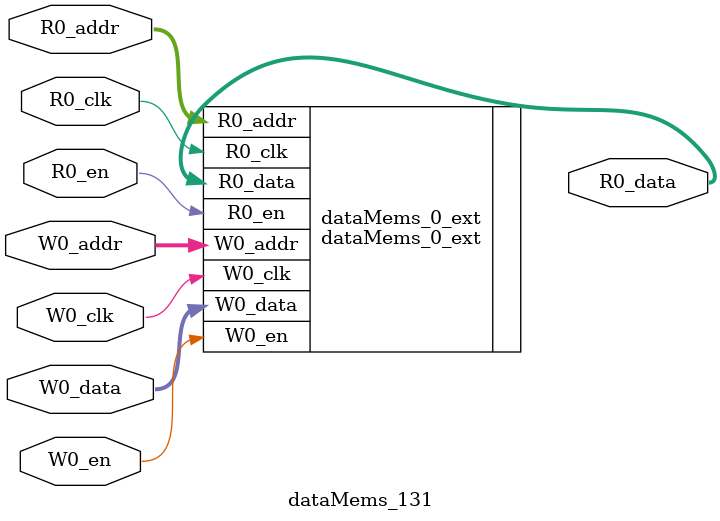
<source format=sv>
`ifndef RANDOMIZE
  `ifdef RANDOMIZE_REG_INIT
    `define RANDOMIZE
  `endif // RANDOMIZE_REG_INIT
`endif // not def RANDOMIZE
`ifndef RANDOMIZE
  `ifdef RANDOMIZE_MEM_INIT
    `define RANDOMIZE
  `endif // RANDOMIZE_MEM_INIT
`endif // not def RANDOMIZE

`ifndef RANDOM
  `define RANDOM $random
`endif // not def RANDOM

// Users can define 'PRINTF_COND' to add an extra gate to prints.
`ifndef PRINTF_COND_
  `ifdef PRINTF_COND
    `define PRINTF_COND_ (`PRINTF_COND)
  `else  // PRINTF_COND
    `define PRINTF_COND_ 1
  `endif // PRINTF_COND
`endif // not def PRINTF_COND_

// Users can define 'ASSERT_VERBOSE_COND' to add an extra gate to assert error printing.
`ifndef ASSERT_VERBOSE_COND_
  `ifdef ASSERT_VERBOSE_COND
    `define ASSERT_VERBOSE_COND_ (`ASSERT_VERBOSE_COND)
  `else  // ASSERT_VERBOSE_COND
    `define ASSERT_VERBOSE_COND_ 1
  `endif // ASSERT_VERBOSE_COND
`endif // not def ASSERT_VERBOSE_COND_

// Users can define 'STOP_COND' to add an extra gate to stop conditions.
`ifndef STOP_COND_
  `ifdef STOP_COND
    `define STOP_COND_ (`STOP_COND)
  `else  // STOP_COND
    `define STOP_COND_ 1
  `endif // STOP_COND
`endif // not def STOP_COND_

// Users can define INIT_RANDOM as general code that gets injected into the
// initializer block for modules with registers.
`ifndef INIT_RANDOM
  `define INIT_RANDOM
`endif // not def INIT_RANDOM

// If using random initialization, you can also define RANDOMIZE_DELAY to
// customize the delay used, otherwise 0.002 is used.
`ifndef RANDOMIZE_DELAY
  `define RANDOMIZE_DELAY 0.002
`endif // not def RANDOMIZE_DELAY

// Define INIT_RANDOM_PROLOG_ for use in our modules below.
`ifndef INIT_RANDOM_PROLOG_
  `ifdef RANDOMIZE
    `ifdef VERILATOR
      `define INIT_RANDOM_PROLOG_ `INIT_RANDOM
    `else  // VERILATOR
      `define INIT_RANDOM_PROLOG_ `INIT_RANDOM #`RANDOMIZE_DELAY begin end
    `endif // VERILATOR
  `else  // RANDOMIZE
    `define INIT_RANDOM_PROLOG_
  `endif // RANDOMIZE
`endif // not def INIT_RANDOM_PROLOG_

// Include register initializers in init blocks unless synthesis is set
`ifndef SYNTHESIS
  `ifndef ENABLE_INITIAL_REG_
    `define ENABLE_INITIAL_REG_
  `endif // not def ENABLE_INITIAL_REG_
`endif // not def SYNTHESIS

// Include rmemory initializers in init blocks unless synthesis is set
`ifndef SYNTHESIS
  `ifndef ENABLE_INITIAL_MEM_
    `define ENABLE_INITIAL_MEM_
  `endif // not def ENABLE_INITIAL_MEM_
`endif // not def SYNTHESIS

module dataMems_131(	// @[generators/ara/src/main/scala/UnsafeAXI4ToTL.scala:365:62]
  input  [4:0]   R0_addr,
  input          R0_en,
  input          R0_clk,
  output [130:0] R0_data,
  input  [4:0]   W0_addr,
  input          W0_en,
  input          W0_clk,
  input  [130:0] W0_data
);

  dataMems_0_ext dataMems_0_ext (	// @[generators/ara/src/main/scala/UnsafeAXI4ToTL.scala:365:62]
    .R0_addr (R0_addr),
    .R0_en   (R0_en),
    .R0_clk  (R0_clk),
    .R0_data (R0_data),
    .W0_addr (W0_addr),
    .W0_en   (W0_en),
    .W0_clk  (W0_clk),
    .W0_data (W0_data)
  );
endmodule


</source>
